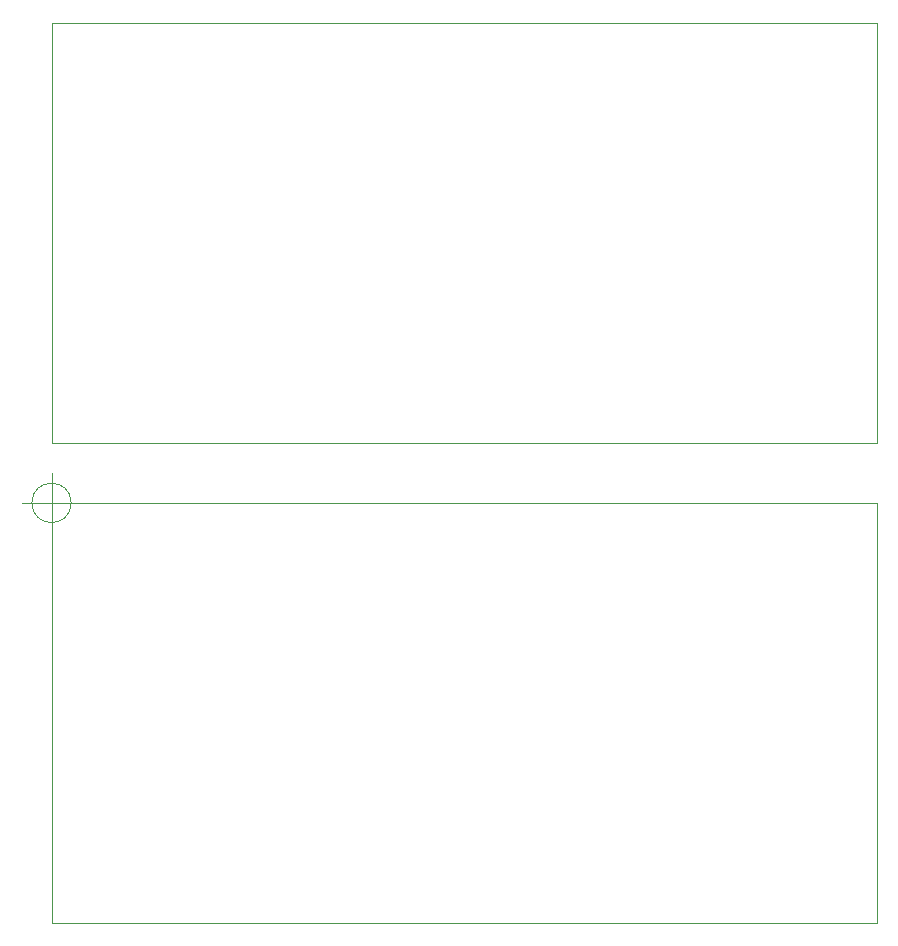
<source format=gbr>
G04 (created by PCBNEW (22-Jun-2014 BZR 4027)-stable) date Thu 13 Oct 2016 08:17:28 AM EDT*
%MOIN*%
G04 Gerber Fmt 3.4, Leading zero omitted, Abs format*
%FSLAX34Y34*%
G01*
G70*
G90*
G04 APERTURE LIST*
%ADD10C,0.00590551*%
%ADD11C,0.00393701*%
G04 APERTURE END LIST*
G54D10*
G54D11*
X6000Y-22000D02*
X6000Y-36000D01*
X6000Y-36000D02*
X33500Y-36000D01*
X33500Y-36000D02*
X33500Y-22000D01*
X33500Y-22000D02*
X6000Y-22000D01*
X6656Y-22000D02*
G75*
G03X6656Y-22000I-656J0D01*
G74*
G01*
X5015Y-22000D02*
X6984Y-22000D01*
X6000Y-21015D02*
X6000Y-22984D01*
X33500Y-6000D02*
X6000Y-6000D01*
X33500Y-20000D02*
X33500Y-6000D01*
X6000Y-20000D02*
X33500Y-20000D01*
X6000Y-6000D02*
X6000Y-20000D01*
M02*

</source>
